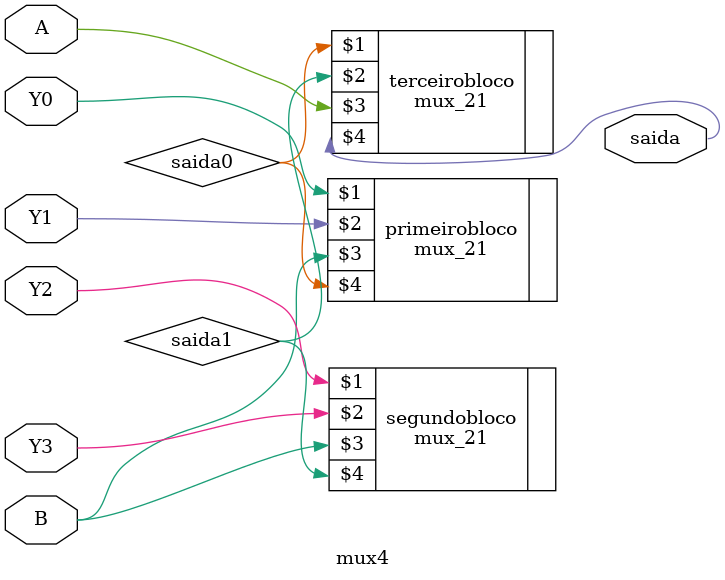
<source format=v>
/*
Aluno: Alexandre Roque
Disciplina: Sistemas Digitais
Professora: Mara Coelho
*/

module mux4 (Y0,Y1,Y2,Y3,A,B,saida);

output saida;
input Y0,Y1,Y2,Y3,A,B;

wire saida0, saida1;

mux_21 primeirobloco (Y0,Y1,B,saida0);

mux_21 segundobloco (Y2,Y3,B,saida1);

mux_21 terceirobloco (saida0 , saida1 , A , saida);

endmodule

</source>
